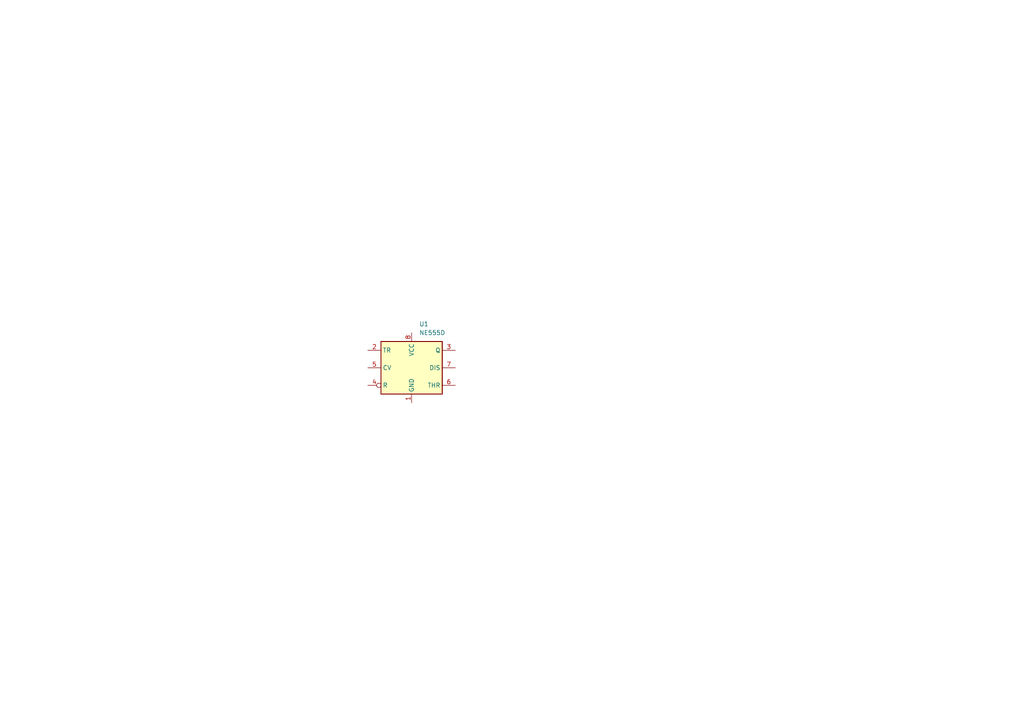
<source format=kicad_sch>
(kicad_sch (version 20231120) (generator "eeschema") (generator_version "8.0")
  (paper "A4")
  (lib_symbols
    (symbol "Timer:NE555D"
      (property "Reference" "U" (at -10.16 8.89 0))
      (property "Value" "NE555D" (at 2.54 8.89 0))
      (symbol "NE555D_0_0"
        (pin power_in line (at 0 -10.16 90) (length 2.54) (name "GND") (number "1"))
        (pin power_in line (at 0 10.16 270) (length 2.54) (name "VCC") (number "8"))
      )
      (symbol "NE555D_0_1"
        (rectangle (start -8.89 -7.62) (end 8.89 7.62) (stroke (width 0.254)) (fill (type background)))
        (rectangle (start -8.89 -7.62) (end 8.89 7.62) (stroke (width 0.254)) (fill (type background)))
      )
      (symbol "NE555D_1_1"
        (pin input line (at -12.7 5.08 0) (length 3.81) (name "TR") (number "2"))
        (pin output line (at 12.7 5.08 180) (length 3.81) (name "Q") (number "3"))
        (pin input inverted (at -12.7 -5.08 0) (length 3.81) (name "R") (number "4"))
        (pin input line (at -12.7 0 0) (length 3.81) (name "CV") (number "5"))
        (pin input line (at 12.7 -5.08 180) (length 3.81) (name "THR") (number "6"))
        (pin input line (at 12.7 0 180) (length 3.81) (name "DIS") (number "7"))
      )
    )
  )
  (symbol (lib_id "Timer:NE555D") (at 119.38 106.68 0) (unit 1)
    (property "Reference" "U1" (at 121.5741 93.98 0) (effects (justify left)))
    (property "Value" "NE555D" (at 121.5741 96.52 0) (effects (justify left)))
    (property "Footprint" "Package_SO:SOIC-8_3.9x4.9mm_P1.27mm" (effects (hide yes)))
    (property "Datasheet" "http://www.ti.com/lit/ds/symlink/ne555.pdf" (effects (hide yes)))
    (property "Description" "Precision Timers, 555 compatible, SOIC-8" (effects (hide yes)))
  )
)
</source>
